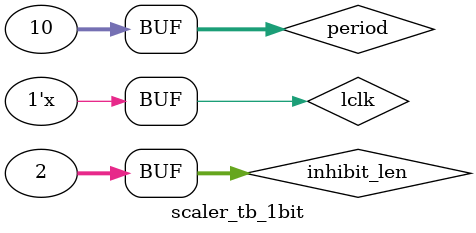
<source format=v>

`timescale 1ns/1ns

module scaler_tb_1bit();

parameter CLK_PERIOD = 8;

reg lclk;
initial begin
  // clock initialization
  lclk = 1'b0;
end

// clock drivers
always @(lclk)
  #(CLK_PERIOD / 2.0) lclk <= !lclk;

reg rst;
reg[31:0] period;
reg[31:0] inhibit_len;
reg tot = 0;
wire valid;
wire[3:0] n_pedge_out;
wire update_out;
discr_scaler #(.P_N_WIDTH(4), .P_INPUT_WIDTH(1)) SCALER (
  .clk(lclk),
  .rst(rst),
  .discr_in(tot),
  .inhibit_len(inhibit_len),
  .period(period),
  .valid(valid),
  .n_pedge_out(n_pedge_out),
  .update_out(update_out)
);

initial begin
  period = 10;
  inhibit_len = 2;
  rst = 1;
  tot = 0;
end

integer cnt = 0;
always @(posedge lclk) begin
  cnt <= cnt + 1;
  tot <= 0;

  if (cnt == 10) rst <= 0;

  if (cnt == 15) tot <= 0;
  if (cnt == 16) tot <= 1;
  if (cnt == 17) tot <= 0;
  if (cnt == 18) tot <= 1;
  if (cnt == 19) tot <= 0;
  if (cnt == 20) tot <= 0;
  if (cnt == 21) tot <= 0;
  if (cnt == 22) tot <= 1;
  if (cnt == 23) tot <= 0;
  if (cnt == 24) tot <= 0;
  if (cnt == 25) tot <= 1;
  if (cnt == 26) tot <= 0;
  if (cnt == 27) tot <= 0;

end

endmodule
</source>
